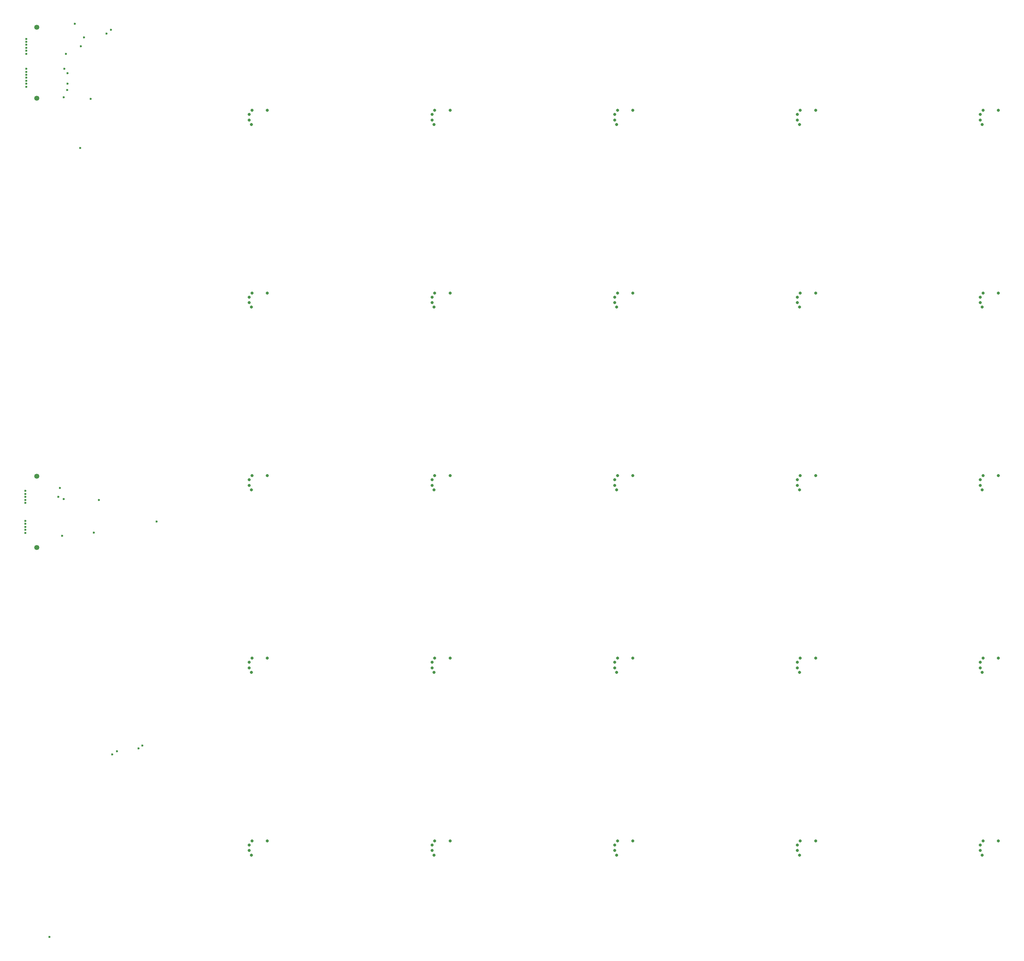
<source format=gbr>
%TF.GenerationSoftware,KiCad,Pcbnew,8.0.2-1*%
%TF.CreationDate,2024-10-14T18:36:09-04:00*%
%TF.ProjectId,EvenLayers_1.3mm_SiPM,4576656e-4c61-4796-9572-735f312e336d,rev?*%
%TF.SameCoordinates,Original*%
%TF.FileFunction,Copper,L3,Inr*%
%TF.FilePolarity,Positive*%
%FSLAX46Y46*%
G04 Gerber Fmt 4.6, Leading zero omitted, Abs format (unit mm)*
G04 Created by KiCad (PCBNEW 8.0.2-1) date 2024-10-14 18:36:09*
%MOMM*%
%LPD*%
G01*
G04 APERTURE LIST*
%TA.AperFunction,ComponentPad*%
%ADD10C,0.800000*%
%TD*%
%TA.AperFunction,ComponentPad*%
%ADD11C,1.348000*%
%TD*%
%TA.AperFunction,ViaPad*%
%ADD12C,0.600000*%
%TD*%
G04 APERTURE END LIST*
D10*
%TO.N,N/C*%
%TO.C,REF\u002A\u002A34*%
X322700000Y-190300000D03*
X326800000Y-190300000D03*
%TO.N,K14*%
X321950000Y-191400000D03*
%TO.N,A14*%
X321950000Y-192900000D03*
%TO.N,GND*%
X322500000Y-194100000D03*
%TD*%
%TO.N,N/C*%
%TO.C,REF\u002A\u002A40*%
X127500000Y-287900000D03*
X131600000Y-287900000D03*
%TO.N,K20*%
X126750000Y-289000000D03*
%TO.N,A20*%
X126750000Y-290500000D03*
%TO.N,GND*%
X127300000Y-291700000D03*
%TD*%
%TO.N,N/C*%
%TO.C,REF\u002A\u002A30*%
X127500000Y-190300000D03*
X131600000Y-190300000D03*
%TO.N,K10*%
X126750000Y-191400000D03*
%TO.N,A10*%
X126750000Y-192900000D03*
%TO.N,GND*%
X127300000Y-194100000D03*
%TD*%
%TO.N,N/C*%
%TO.C,REF\u002A\u002A24*%
X322700000Y-92700000D03*
X326800000Y-92700000D03*
%TO.N,K4*%
X321950000Y-93800000D03*
%TO.N,A4*%
X321950000Y-95300000D03*
%TO.N,GND*%
X322500000Y-96500000D03*
%TD*%
%TO.N,N/C*%
%TO.C,REF\u002A\u002A43*%
X273900000Y-287900000D03*
%TO.N,LED_23_to_24*%
X278000000Y-287900000D03*
%TO.N,K23*%
X273150000Y-289000000D03*
%TO.N,A23*%
X273150000Y-290500000D03*
%TO.N,GND*%
X273700000Y-291700000D03*
%TD*%
%TO.N,N/C*%
%TO.C,REF\u002A\u002A38*%
X273900000Y-239100000D03*
X278000000Y-239100000D03*
%TO.N,K18*%
X273150000Y-240200000D03*
%TO.N,A18*%
X273150000Y-241700000D03*
%TO.N,GND*%
X273700000Y-242900000D03*
%TD*%
%TO.N,N/C*%
%TO.C,REF\u002A\u002A22*%
X225100000Y-92700000D03*
X229200000Y-92700000D03*
%TO.N,K2*%
X224350000Y-93800000D03*
%TO.N,A2*%
X224350000Y-95300000D03*
%TO.N,GND*%
X224900000Y-96500000D03*
%TD*%
%TO.N,N/C*%
%TO.C,REF\u002A\u002A28*%
X273900000Y-141500000D03*
X278000000Y-141500000D03*
%TO.N,K8*%
X273150000Y-142600000D03*
%TO.N,A8*%
X273150000Y-144100000D03*
%TO.N,GND*%
X273700000Y-145300000D03*
%TD*%
%TO.N,N/C*%
%TO.C,REF\u002A\u002A23*%
X273900000Y-92700000D03*
X278000000Y-92700000D03*
%TO.N,K3*%
X273150000Y-93800000D03*
%TO.N,A3*%
X273150000Y-95300000D03*
%TO.N,GND*%
X273700000Y-96500000D03*
%TD*%
%TO.N,N/C*%
%TO.C,REF\u002A\u002A32*%
X225100000Y-190300000D03*
X229200000Y-190300000D03*
%TO.N,K12*%
X224350000Y-191400000D03*
%TO.N,A12*%
X224350000Y-192900000D03*
%TO.N,GND*%
X224900000Y-194100000D03*
%TD*%
%TO.N,LED_23_to_24*%
%TO.C,REF\u002A\u002A44*%
X322700000Y-287900000D03*
%TO.N,LED_input_after_resistor*%
X326800000Y-287900000D03*
%TO.N,K24*%
X321950000Y-289000000D03*
%TO.N,A24*%
X321950000Y-290500000D03*
%TO.N,GND*%
X322500000Y-291700000D03*
%TD*%
%TO.N,N/C*%
%TO.C,REF\u002A\u002A26*%
X176300000Y-141500000D03*
X180400000Y-141500000D03*
%TO.N,K6*%
X175550000Y-142600000D03*
%TO.N,A6*%
X175550000Y-144100000D03*
%TO.N,GND*%
X176100000Y-145300000D03*
%TD*%
%TO.N,N/C*%
%TO.C,REF\u002A\u002A36*%
X176300000Y-239100000D03*
X180400000Y-239100000D03*
%TO.N,K16*%
X175550000Y-240200000D03*
%TO.N,A16*%
X175550000Y-241700000D03*
%TO.N,GND*%
X176100000Y-242900000D03*
%TD*%
%TO.N,GND*%
%TO.C,REF\u002A\u002A20*%
X127500000Y-92700000D03*
%TO.N,N/C*%
X131600000Y-92700000D03*
%TO.N,K0*%
X126750000Y-93800000D03*
%TO.N,A0*%
X126750000Y-95300000D03*
%TO.N,GND*%
X127300000Y-96500000D03*
%TD*%
%TO.N,N/C*%
%TO.C,REF\u002A\u002A25*%
X127500000Y-141500000D03*
X131600000Y-141500000D03*
%TO.N,K5*%
X126750000Y-142600000D03*
%TO.N,A5*%
X126750000Y-144100000D03*
%TO.N,GND*%
X127300000Y-145300000D03*
%TD*%
%TO.N,N/C*%
%TO.C,REF\u002A\u002A37*%
X225100000Y-239100000D03*
X229200000Y-239100000D03*
%TO.N,K17*%
X224350000Y-240200000D03*
%TO.N,A17*%
X224350000Y-241700000D03*
%TO.N,GND*%
X224900000Y-242900000D03*
%TD*%
%TO.N,N/C*%
%TO.C,REF\u002A\u002A31*%
X176300000Y-190300000D03*
X180400000Y-190300000D03*
%TO.N,K11*%
X175550000Y-191400000D03*
%TO.N,A11*%
X175550000Y-192900000D03*
%TO.N,GND*%
X176100000Y-194100000D03*
%TD*%
%TO.N,N/C*%
%TO.C,REF\u002A\u002A27*%
X225100000Y-141500000D03*
X229200000Y-141500000D03*
%TO.N,K7*%
X224350000Y-142600000D03*
%TO.N,A7*%
X224350000Y-144100000D03*
%TO.N,GND*%
X224900000Y-145300000D03*
%TD*%
%TO.N,N/C*%
%TO.C,REF\u002A\u002A41*%
X176300000Y-287900000D03*
X180400000Y-287900000D03*
%TO.N,K21*%
X175550000Y-289000000D03*
%TO.N,A21*%
X175550000Y-290500000D03*
%TO.N,GND*%
X176100000Y-291700000D03*
%TD*%
%TO.N,N/C*%
%TO.C,REF\u002A\u002A29*%
X322700000Y-141500000D03*
X326800000Y-141500000D03*
%TO.N,K9*%
X321950000Y-142600000D03*
%TO.N,A9*%
X321950000Y-144100000D03*
%TO.N,GND*%
X322500000Y-145300000D03*
%TD*%
%TO.N,N/C*%
%TO.C,REF\u002A\u002A21*%
X176300000Y-92700000D03*
X180400000Y-92700000D03*
%TO.N,K1*%
X175550000Y-93800000D03*
%TO.N,A1*%
X175550000Y-95300000D03*
%TO.N,GND*%
X176100000Y-96500000D03*
%TD*%
%TO.N,N/C*%
%TO.C,REF\u002A\u002A42*%
X225100000Y-287900000D03*
X229200000Y-287900000D03*
%TO.N,K22*%
X224350000Y-289000000D03*
%TO.N,A22*%
X224350000Y-290500000D03*
%TO.N,GND*%
X224900000Y-291700000D03*
%TD*%
%TO.N,N/C*%
%TO.C,REF\u002A\u002A35*%
X127500000Y-239100000D03*
X131600000Y-239100000D03*
%TO.N,K15*%
X126750000Y-240200000D03*
%TO.N,A15*%
X126750000Y-241700000D03*
%TO.N,GND*%
X127300000Y-242900000D03*
%TD*%
%TO.N,N/C*%
%TO.C,REF\u002A\u002A39*%
X322700000Y-239100000D03*
X326800000Y-239100000D03*
%TO.N,K19*%
X321950000Y-240200000D03*
%TO.N,A19*%
X321950000Y-241700000D03*
%TO.N,GND*%
X322500000Y-242900000D03*
%TD*%
%TO.N,N/C*%
%TO.C,REF\u002A\u002A33*%
X273900000Y-190300000D03*
X278000000Y-190300000D03*
%TO.N,K13*%
X273150000Y-191400000D03*
%TO.N,A13*%
X273150000Y-192900000D03*
%TO.N,GND*%
X273700000Y-194100000D03*
%TD*%
D11*
%TO.N,N/C*%
%TO.C,REF\u002A\u002A*%
X70000000Y-70505000D03*
X70000000Y-89495000D03*
%TD*%
%TO.N,N/C*%
%TO.C,REF\u002A\u002A*%
X70000000Y-190505000D03*
X70000000Y-209495000D03*
%TD*%
D12*
%TO.N,GND*%
X76800000Y-206400000D03*
%TO.N,K0*%
X80200000Y-69600000D03*
X67200000Y-73600000D03*
%TO.N,K1*%
X67200000Y-74400000D03*
X89800000Y-71200000D03*
%TO.N,K2*%
X67200000Y-75200000D03*
X88600000Y-72200000D03*
%TO.N,K3*%
X82600000Y-73200000D03*
X67200000Y-76000000D03*
%TO.N,K4*%
X67200000Y-76800000D03*
X81800000Y-75600000D03*
%TO.N,K5*%
X67200000Y-77600000D03*
X77800000Y-77600000D03*
%TO.N,K6*%
X77400000Y-81600000D03*
X67250000Y-81600000D03*
%TO.N,K7*%
X67250000Y-82400000D03*
X78200000Y-82800000D03*
%TO.N,K8*%
X84400000Y-89600000D03*
X67250000Y-83200000D03*
%TO.N,K9*%
X67250000Y-84000000D03*
X78200000Y-85600000D03*
%TO.N,K10*%
X67250000Y-84800000D03*
X78124265Y-87275735D03*
%TO.N,K11*%
X67250000Y-85600000D03*
X77200000Y-89200000D03*
%TO.N,K12*%
X81600000Y-102800000D03*
X67200000Y-86400000D03*
%TO.N,K14*%
X67000000Y-194400000D03*
X76192892Y-193592892D03*
%TO.N,K15*%
X102000000Y-202600000D03*
X67000000Y-195200000D03*
%TO.N,K16*%
X75800000Y-196000000D03*
X67000000Y-196000000D03*
%TO.N,K17*%
X77200000Y-196600000D03*
X67000000Y-196800000D03*
%TO.N,K18*%
X67000000Y-197600000D03*
X86600000Y-196800000D03*
%TO.N,K20*%
X67000000Y-202400000D03*
X98200000Y-262400000D03*
%TO.N,K21*%
X67000000Y-203200000D03*
X97200000Y-263200000D03*
%TO.N,K22*%
X91400000Y-264000000D03*
X67000000Y-204000000D03*
%TO.N,K23*%
X90200000Y-264800000D03*
X67000000Y-204800000D03*
%TO.N,K24*%
X67000000Y-205600000D03*
X85224265Y-205575735D03*
%TO.N,LED_input_after_resistor*%
X73400000Y-313600000D03*
%TD*%
M02*

</source>
